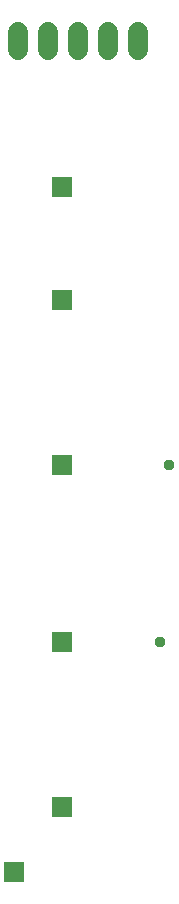
<source format=gbr>
G04 EAGLE Gerber RS-274X export*
G75*
%MOMM*%
%FSLAX34Y34*%
%LPD*%
%INSoldermask Bottom*%
%IPPOS*%
%AMOC8*
5,1,8,0,0,1.08239X$1,22.5*%
G01*
%ADD10R,1.711200X1.711200*%
%ADD11C,1.727200*%
%ADD12C,0.959600*%


D10*
X70000Y595000D03*
X70000Y455000D03*
X70000Y305000D03*
X70000Y165000D03*
X70000Y690000D03*
X30000Y110000D03*
D11*
X33200Y806380D02*
X33200Y821620D01*
X58600Y821620D02*
X58600Y806380D01*
X84000Y806380D02*
X84000Y821620D01*
X109400Y821620D02*
X109400Y806380D01*
X134800Y806380D02*
X134800Y821620D01*
D12*
X153000Y305000D03*
X161000Y455058D03*
M02*

</source>
